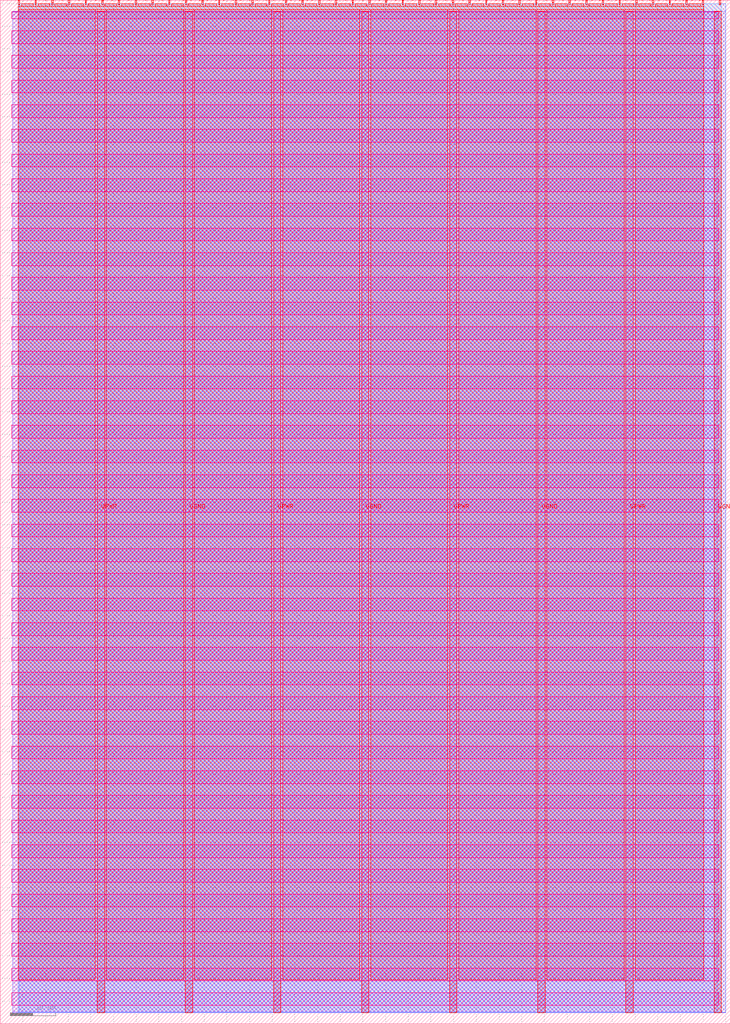
<source format=lef>
VERSION 5.7 ;
  NOWIREEXTENSIONATPIN ON ;
  DIVIDERCHAR "/" ;
  BUSBITCHARS "[]" ;
MACRO tt_um_revenantx86_tinytpu
  CLASS BLOCK ;
  FOREIGN tt_um_revenantx86_tinytpu ;
  ORIGIN 0.000 0.000 ;
  SIZE 161.000 BY 225.760 ;
  PIN VGND
    DIRECTION INOUT ;
    USE GROUND ;
    PORT
      LAYER met4 ;
        RECT 40.830 2.480 42.430 223.280 ;
    END
    PORT
      LAYER met4 ;
        RECT 79.700 2.480 81.300 223.280 ;
    END
    PORT
      LAYER met4 ;
        RECT 118.570 2.480 120.170 223.280 ;
    END
    PORT
      LAYER met4 ;
        RECT 157.440 2.480 159.040 223.280 ;
    END
  END VGND
  PIN VPWR
    DIRECTION INOUT ;
    USE POWER ;
    PORT
      LAYER met4 ;
        RECT 21.395 2.480 22.995 223.280 ;
    END
    PORT
      LAYER met4 ;
        RECT 60.265 2.480 61.865 223.280 ;
    END
    PORT
      LAYER met4 ;
        RECT 99.135 2.480 100.735 223.280 ;
    END
    PORT
      LAYER met4 ;
        RECT 138.005 2.480 139.605 223.280 ;
    END
  END VPWR
  PIN clk
    DIRECTION INPUT ;
    USE SIGNAL ;
    ANTENNAGATEAREA 0.852000 ;
    PORT
      LAYER met4 ;
        RECT 154.870 224.760 155.170 225.760 ;
    END
  END clk
  PIN ena
    DIRECTION INPUT ;
    USE SIGNAL ;
    PORT
      LAYER met4 ;
        RECT 158.550 224.760 158.850 225.760 ;
    END
  END ena
  PIN rst_n
    DIRECTION INPUT ;
    USE SIGNAL ;
    ANTENNAGATEAREA 0.196500 ;
    PORT
      LAYER met4 ;
        RECT 151.190 224.760 151.490 225.760 ;
    END
  END rst_n
  PIN ui_in[0]
    DIRECTION INPUT ;
    USE SIGNAL ;
    ANTENNAGATEAREA 0.213000 ;
    PORT
      LAYER met4 ;
        RECT 147.510 224.760 147.810 225.760 ;
    END
  END ui_in[0]
  PIN ui_in[1]
    DIRECTION INPUT ;
    USE SIGNAL ;
    ANTENNAGATEAREA 0.196500 ;
    PORT
      LAYER met4 ;
        RECT 143.830 224.760 144.130 225.760 ;
    END
  END ui_in[1]
  PIN ui_in[2]
    DIRECTION INPUT ;
    USE SIGNAL ;
    ANTENNAGATEAREA 0.126000 ;
    PORT
      LAYER met4 ;
        RECT 140.150 224.760 140.450 225.760 ;
    END
  END ui_in[2]
  PIN ui_in[3]
    DIRECTION INPUT ;
    USE SIGNAL ;
    ANTENNAGATEAREA 0.126000 ;
    PORT
      LAYER met4 ;
        RECT 136.470 224.760 136.770 225.760 ;
    END
  END ui_in[3]
  PIN ui_in[4]
    DIRECTION INPUT ;
    USE SIGNAL ;
    PORT
      LAYER met4 ;
        RECT 132.790 224.760 133.090 225.760 ;
    END
  END ui_in[4]
  PIN ui_in[5]
    DIRECTION INPUT ;
    USE SIGNAL ;
    PORT
      LAYER met4 ;
        RECT 129.110 224.760 129.410 225.760 ;
    END
  END ui_in[5]
  PIN ui_in[6]
    DIRECTION INPUT ;
    USE SIGNAL ;
    PORT
      LAYER met4 ;
        RECT 125.430 224.760 125.730 225.760 ;
    END
  END ui_in[6]
  PIN ui_in[7]
    DIRECTION INPUT ;
    USE SIGNAL ;
    PORT
      LAYER met4 ;
        RECT 121.750 224.760 122.050 225.760 ;
    END
  END ui_in[7]
  PIN uio_in[0]
    DIRECTION INPUT ;
    USE SIGNAL ;
    PORT
      LAYER met4 ;
        RECT 118.070 224.760 118.370 225.760 ;
    END
  END uio_in[0]
  PIN uio_in[1]
    DIRECTION INPUT ;
    USE SIGNAL ;
    PORT
      LAYER met4 ;
        RECT 114.390 224.760 114.690 225.760 ;
    END
  END uio_in[1]
  PIN uio_in[2]
    DIRECTION INPUT ;
    USE SIGNAL ;
    PORT
      LAYER met4 ;
        RECT 110.710 224.760 111.010 225.760 ;
    END
  END uio_in[2]
  PIN uio_in[3]
    DIRECTION INPUT ;
    USE SIGNAL ;
    PORT
      LAYER met4 ;
        RECT 107.030 224.760 107.330 225.760 ;
    END
  END uio_in[3]
  PIN uio_in[4]
    DIRECTION INPUT ;
    USE SIGNAL ;
    PORT
      LAYER met4 ;
        RECT 103.350 224.760 103.650 225.760 ;
    END
  END uio_in[4]
  PIN uio_in[5]
    DIRECTION INPUT ;
    USE SIGNAL ;
    PORT
      LAYER met4 ;
        RECT 99.670 224.760 99.970 225.760 ;
    END
  END uio_in[5]
  PIN uio_in[6]
    DIRECTION INPUT ;
    USE SIGNAL ;
    PORT
      LAYER met4 ;
        RECT 95.990 224.760 96.290 225.760 ;
    END
  END uio_in[6]
  PIN uio_in[7]
    DIRECTION INPUT ;
    USE SIGNAL ;
    PORT
      LAYER met4 ;
        RECT 92.310 224.760 92.610 225.760 ;
    END
  END uio_in[7]
  PIN uio_oe[0]
    DIRECTION OUTPUT TRISTATE ;
    USE SIGNAL ;
    PORT
      LAYER met4 ;
        RECT 29.750 224.760 30.050 225.760 ;
    END
  END uio_oe[0]
  PIN uio_oe[1]
    DIRECTION OUTPUT TRISTATE ;
    USE SIGNAL ;
    PORT
      LAYER met4 ;
        RECT 26.070 224.760 26.370 225.760 ;
    END
  END uio_oe[1]
  PIN uio_oe[2]
    DIRECTION OUTPUT TRISTATE ;
    USE SIGNAL ;
    PORT
      LAYER met4 ;
        RECT 22.390 224.760 22.690 225.760 ;
    END
  END uio_oe[2]
  PIN uio_oe[3]
    DIRECTION OUTPUT TRISTATE ;
    USE SIGNAL ;
    PORT
      LAYER met4 ;
        RECT 18.710 224.760 19.010 225.760 ;
    END
  END uio_oe[3]
  PIN uio_oe[4]
    DIRECTION OUTPUT TRISTATE ;
    USE SIGNAL ;
    PORT
      LAYER met4 ;
        RECT 15.030 224.760 15.330 225.760 ;
    END
  END uio_oe[4]
  PIN uio_oe[5]
    DIRECTION OUTPUT TRISTATE ;
    USE SIGNAL ;
    PORT
      LAYER met4 ;
        RECT 11.350 224.760 11.650 225.760 ;
    END
  END uio_oe[5]
  PIN uio_oe[6]
    DIRECTION OUTPUT TRISTATE ;
    USE SIGNAL ;
    PORT
      LAYER met4 ;
        RECT 7.670 224.760 7.970 225.760 ;
    END
  END uio_oe[6]
  PIN uio_oe[7]
    DIRECTION OUTPUT TRISTATE ;
    USE SIGNAL ;
    PORT
      LAYER met4 ;
        RECT 3.990 224.760 4.290 225.760 ;
    END
  END uio_oe[7]
  PIN uio_out[0]
    DIRECTION OUTPUT TRISTATE ;
    USE SIGNAL ;
    PORT
      LAYER met4 ;
        RECT 59.190 224.760 59.490 225.760 ;
    END
  END uio_out[0]
  PIN uio_out[1]
    DIRECTION OUTPUT TRISTATE ;
    USE SIGNAL ;
    PORT
      LAYER met4 ;
        RECT 55.510 224.760 55.810 225.760 ;
    END
  END uio_out[1]
  PIN uio_out[2]
    DIRECTION OUTPUT TRISTATE ;
    USE SIGNAL ;
    PORT
      LAYER met4 ;
        RECT 51.830 224.760 52.130 225.760 ;
    END
  END uio_out[2]
  PIN uio_out[3]
    DIRECTION OUTPUT TRISTATE ;
    USE SIGNAL ;
    PORT
      LAYER met4 ;
        RECT 48.150 224.760 48.450 225.760 ;
    END
  END uio_out[3]
  PIN uio_out[4]
    DIRECTION OUTPUT TRISTATE ;
    USE SIGNAL ;
    PORT
      LAYER met4 ;
        RECT 44.470 224.760 44.770 225.760 ;
    END
  END uio_out[4]
  PIN uio_out[5]
    DIRECTION OUTPUT TRISTATE ;
    USE SIGNAL ;
    PORT
      LAYER met4 ;
        RECT 40.790 224.760 41.090 225.760 ;
    END
  END uio_out[5]
  PIN uio_out[6]
    DIRECTION OUTPUT TRISTATE ;
    USE SIGNAL ;
    PORT
      LAYER met4 ;
        RECT 37.110 224.760 37.410 225.760 ;
    END
  END uio_out[6]
  PIN uio_out[7]
    DIRECTION OUTPUT TRISTATE ;
    USE SIGNAL ;
    PORT
      LAYER met4 ;
        RECT 33.430 224.760 33.730 225.760 ;
    END
  END uio_out[7]
  PIN uo_out[0]
    DIRECTION OUTPUT TRISTATE ;
    USE SIGNAL ;
    ANTENNADIFFAREA 0.795200 ;
    PORT
      LAYER met4 ;
        RECT 88.630 224.760 88.930 225.760 ;
    END
  END uo_out[0]
  PIN uo_out[1]
    DIRECTION OUTPUT TRISTATE ;
    USE SIGNAL ;
    ANTENNADIFFAREA 0.795200 ;
    PORT
      LAYER met4 ;
        RECT 84.950 224.760 85.250 225.760 ;
    END
  END uo_out[1]
  PIN uo_out[2]
    DIRECTION OUTPUT TRISTATE ;
    USE SIGNAL ;
    PORT
      LAYER met4 ;
        RECT 81.270 224.760 81.570 225.760 ;
    END
  END uo_out[2]
  PIN uo_out[3]
    DIRECTION OUTPUT TRISTATE ;
    USE SIGNAL ;
    PORT
      LAYER met4 ;
        RECT 77.590 224.760 77.890 225.760 ;
    END
  END uo_out[3]
  PIN uo_out[4]
    DIRECTION OUTPUT TRISTATE ;
    USE SIGNAL ;
    PORT
      LAYER met4 ;
        RECT 73.910 224.760 74.210 225.760 ;
    END
  END uo_out[4]
  PIN uo_out[5]
    DIRECTION OUTPUT TRISTATE ;
    USE SIGNAL ;
    PORT
      LAYER met4 ;
        RECT 70.230 224.760 70.530 225.760 ;
    END
  END uo_out[5]
  PIN uo_out[6]
    DIRECTION OUTPUT TRISTATE ;
    USE SIGNAL ;
    PORT
      LAYER met4 ;
        RECT 66.550 224.760 66.850 225.760 ;
    END
  END uo_out[6]
  PIN uo_out[7]
    DIRECTION OUTPUT TRISTATE ;
    USE SIGNAL ;
    PORT
      LAYER met4 ;
        RECT 62.870 224.760 63.170 225.760 ;
    END
  END uo_out[7]
  OBS
      LAYER nwell ;
        RECT 2.570 221.625 158.430 223.230 ;
        RECT 2.570 216.185 158.430 219.015 ;
        RECT 2.570 210.745 158.430 213.575 ;
        RECT 2.570 205.305 158.430 208.135 ;
        RECT 2.570 199.865 158.430 202.695 ;
        RECT 2.570 194.425 158.430 197.255 ;
        RECT 2.570 188.985 158.430 191.815 ;
        RECT 2.570 183.545 158.430 186.375 ;
        RECT 2.570 178.105 158.430 180.935 ;
        RECT 2.570 172.665 158.430 175.495 ;
        RECT 2.570 167.225 158.430 170.055 ;
        RECT 2.570 161.785 158.430 164.615 ;
        RECT 2.570 156.345 158.430 159.175 ;
        RECT 2.570 150.905 158.430 153.735 ;
        RECT 2.570 145.465 158.430 148.295 ;
        RECT 2.570 140.025 158.430 142.855 ;
        RECT 2.570 134.585 158.430 137.415 ;
        RECT 2.570 129.145 158.430 131.975 ;
        RECT 2.570 123.705 158.430 126.535 ;
        RECT 2.570 118.265 158.430 121.095 ;
        RECT 2.570 112.825 158.430 115.655 ;
        RECT 2.570 107.385 158.430 110.215 ;
        RECT 2.570 101.945 158.430 104.775 ;
        RECT 2.570 96.505 158.430 99.335 ;
        RECT 2.570 91.065 158.430 93.895 ;
        RECT 2.570 85.625 158.430 88.455 ;
        RECT 2.570 80.185 158.430 83.015 ;
        RECT 2.570 74.745 158.430 77.575 ;
        RECT 2.570 69.305 158.430 72.135 ;
        RECT 2.570 63.865 158.430 66.695 ;
        RECT 2.570 58.425 158.430 61.255 ;
        RECT 2.570 52.985 158.430 55.815 ;
        RECT 2.570 47.545 158.430 50.375 ;
        RECT 2.570 42.105 158.430 44.935 ;
        RECT 2.570 36.665 158.430 39.495 ;
        RECT 2.570 31.225 158.430 34.055 ;
        RECT 2.570 25.785 158.430 28.615 ;
        RECT 2.570 20.345 158.430 23.175 ;
        RECT 2.570 14.905 158.430 17.735 ;
        RECT 2.570 9.465 158.430 12.295 ;
        RECT 2.570 4.025 158.430 6.855 ;
      LAYER li1 ;
        RECT 2.760 2.635 158.240 223.125 ;
      LAYER met1 ;
        RECT 2.760 2.480 160.010 223.280 ;
      LAYER met2 ;
        RECT 4.230 2.535 159.980 224.925 ;
      LAYER met3 ;
        RECT 3.950 2.555 159.030 224.905 ;
      LAYER met4 ;
        RECT 4.690 224.360 7.270 224.905 ;
        RECT 8.370 224.360 10.950 224.905 ;
        RECT 12.050 224.360 14.630 224.905 ;
        RECT 15.730 224.360 18.310 224.905 ;
        RECT 19.410 224.360 21.990 224.905 ;
        RECT 23.090 224.360 25.670 224.905 ;
        RECT 26.770 224.360 29.350 224.905 ;
        RECT 30.450 224.360 33.030 224.905 ;
        RECT 34.130 224.360 36.710 224.905 ;
        RECT 37.810 224.360 40.390 224.905 ;
        RECT 41.490 224.360 44.070 224.905 ;
        RECT 45.170 224.360 47.750 224.905 ;
        RECT 48.850 224.360 51.430 224.905 ;
        RECT 52.530 224.360 55.110 224.905 ;
        RECT 56.210 224.360 58.790 224.905 ;
        RECT 59.890 224.360 62.470 224.905 ;
        RECT 63.570 224.360 66.150 224.905 ;
        RECT 67.250 224.360 69.830 224.905 ;
        RECT 70.930 224.360 73.510 224.905 ;
        RECT 74.610 224.360 77.190 224.905 ;
        RECT 78.290 224.360 80.870 224.905 ;
        RECT 81.970 224.360 84.550 224.905 ;
        RECT 85.650 224.360 88.230 224.905 ;
        RECT 89.330 224.360 91.910 224.905 ;
        RECT 93.010 224.360 95.590 224.905 ;
        RECT 96.690 224.360 99.270 224.905 ;
        RECT 100.370 224.360 102.950 224.905 ;
        RECT 104.050 224.360 106.630 224.905 ;
        RECT 107.730 224.360 110.310 224.905 ;
        RECT 111.410 224.360 113.990 224.905 ;
        RECT 115.090 224.360 117.670 224.905 ;
        RECT 118.770 224.360 121.350 224.905 ;
        RECT 122.450 224.360 125.030 224.905 ;
        RECT 126.130 224.360 128.710 224.905 ;
        RECT 129.810 224.360 132.390 224.905 ;
        RECT 133.490 224.360 136.070 224.905 ;
        RECT 137.170 224.360 139.750 224.905 ;
        RECT 140.850 224.360 143.430 224.905 ;
        RECT 144.530 224.360 147.110 224.905 ;
        RECT 148.210 224.360 150.790 224.905 ;
        RECT 151.890 224.360 154.470 224.905 ;
        RECT 3.975 223.680 155.185 224.360 ;
        RECT 3.975 9.695 20.995 223.680 ;
        RECT 23.395 9.695 40.430 223.680 ;
        RECT 42.830 9.695 59.865 223.680 ;
        RECT 62.265 9.695 79.300 223.680 ;
        RECT 81.700 9.695 98.735 223.680 ;
        RECT 101.135 9.695 118.170 223.680 ;
        RECT 120.570 9.695 137.605 223.680 ;
        RECT 140.005 9.695 155.185 223.680 ;
  END
END tt_um_revenantx86_tinytpu
END LIBRARY


</source>
